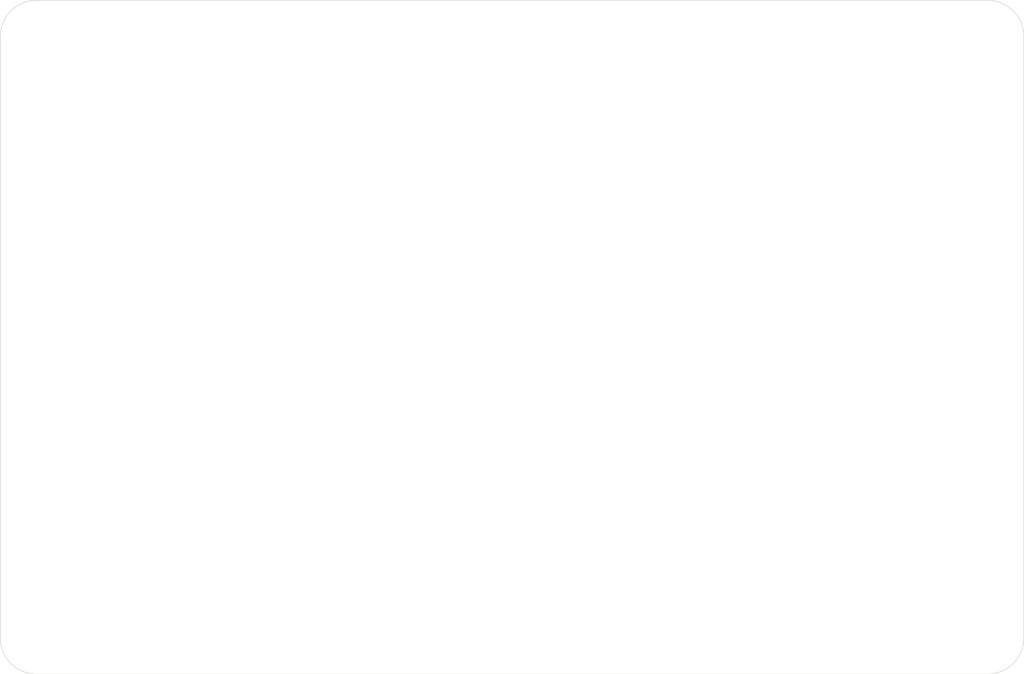
<source format=kicad_pcb>
(kicad_pcb (version 20171130) (host pcbnew "(5.1.5)-3")

  (general
    (thickness 1.6)
    (drawings 8)
    (tracks 0)
    (zones 0)
    (modules 0)
    (nets 1)
  )

  (page A4)
  (title_block
    (title "target stack shield")
    (date 2021-09-29)
    (rev 0)
    (company probe-rs)
  )

  (layers
    (0 F.Cu signal)
    (1 GND.Cu power)
    (2 PWR_SIG.Cu mixed)
    (31 B.Cu signal)
    (32 B.Adhes user)
    (33 F.Adhes user)
    (34 B.Paste user)
    (35 F.Paste user)
    (36 B.SilkS user)
    (37 F.SilkS user)
    (38 B.Mask user)
    (39 F.Mask user)
    (40 Dwgs.User user)
    (41 Cmts.User user)
    (42 Eco1.User user)
    (43 Eco2.User user)
    (44 Edge.Cuts user)
    (45 Margin user)
    (46 B.CrtYd user)
    (47 F.CrtYd user)
    (48 B.Fab user)
    (49 F.Fab user)
  )

  (setup
    (last_trace_width 0.25)
    (user_trace_width 0.18)
    (user_trace_width 0.386)
    (trace_clearance 0.2)
    (zone_clearance 0.508)
    (zone_45_only no)
    (trace_min 0.152)
    (via_size 0.8)
    (via_drill 0.3)
    (via_min_size 0.4)
    (via_min_drill 0.3)
    (user_via 0.6 0.3)
    (user_via 1 0.5)
    (uvia_size 0.4)
    (uvia_drill 0.3)
    (uvias_allowed no)
    (uvia_min_size 0.4)
    (uvia_min_drill 0.3)
    (edge_width 0.05)
    (segment_width 0.2)
    (pcb_text_width 0.3)
    (pcb_text_size 1.5 1.5)
    (mod_edge_width 0.12)
    (mod_text_size 1 1)
    (mod_text_width 0.15)
    (pad_size 1.524 1.524)
    (pad_drill 0.762)
    (pad_to_mask_clearance 0.051)
    (solder_mask_min_width 0.25)
    (aux_axis_origin 110 110)
    (grid_origin 110 110)
    (visible_elements 7FFFFFFF)
    (pcbplotparams
      (layerselection 0x010fc_ffffffff)
      (usegerberextensions false)
      (usegerberattributes false)
      (usegerberadvancedattributes false)
      (creategerberjobfile false)
      (excludeedgelayer true)
      (linewidth 0.100000)
      (plotframeref false)
      (viasonmask false)
      (mode 1)
      (useauxorigin false)
      (hpglpennumber 1)
      (hpglpenspeed 20)
      (hpglpendiameter 15.000000)
      (psnegative false)
      (psa4output false)
      (plotreference true)
      (plotvalue true)
      (plotinvisibletext false)
      (padsonsilk false)
      (subtractmaskfromsilk false)
      (outputformat 1)
      (mirror false)
      (drillshape 1)
      (scaleselection 1)
      (outputdirectory ""))
  )

  (net 0 "")

  (net_class Default "Dies ist die voreingestellte Netzklasse."
    (clearance 0.2)
    (trace_width 0.25)
    (via_dia 0.8)
    (via_drill 0.3)
    (uvia_dia 0.4)
    (uvia_drill 0.3)
  )

  (net_class I2C ""
    (clearance 0.54)
    (trace_width 0.18)
    (via_dia 0.6)
    (via_drill 0.3)
    (uvia_dia 0.4)
    (uvia_drill 0.3)
    (diff_pair_width 0.18)
    (diff_pair_gap 0.54)
  )

  (net_class Power ""
    (clearance 0.3)
    (trace_width 0.386)
    (via_dia 1)
    (via_drill 0.5)
    (uvia_dia 0.4)
    (uvia_drill 0.3)
    (diff_pair_width 0.386)
    (diff_pair_gap 0.25)
  )

  (net_class Signal ""
    (clearance 0.18)
    (trace_width 0.18)
    (via_dia 0.6)
    (via_drill 0.3)
    (uvia_dia 0.4)
    (uvia_drill 0.3)
    (diff_pair_width 0.18)
    (diff_pair_gap 0.54)
  )

  (gr_line (start 113 110) (end 192 110) (layer Edge.Cuts) (width 0.05) (tstamp 615436B5))
  (gr_line (start 110 57) (end 110 107) (layer Edge.Cuts) (width 0.05) (tstamp 615436B0))
  (gr_line (start 192 54) (end 113 54) (layer Edge.Cuts) (width 0.05) (tstamp 615436A9))
  (gr_line (start 195 107) (end 195 57) (layer Edge.Cuts) (width 0.05) (tstamp 615436A4))
  (gr_arc (start 113 107) (end 110 107) (angle -90) (layer Edge.Cuts) (width 0.05))
  (gr_arc (start 192 107) (end 192 110) (angle -90) (layer Edge.Cuts) (width 0.05))
  (gr_arc (start 192 57) (end 195 57) (angle -90) (layer Edge.Cuts) (width 0.05))
  (gr_arc (start 113 57) (end 113 54) (angle -90) (layer Edge.Cuts) (width 0.05))

)

</source>
